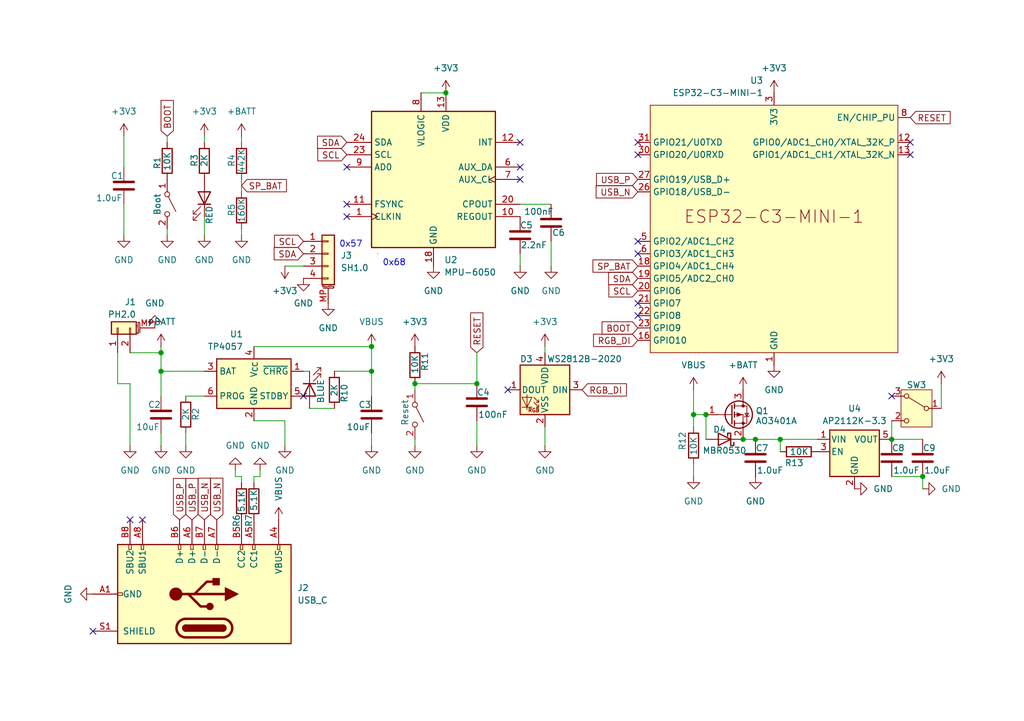
<source format=kicad_sch>
(kicad_sch (version 20231120) (generator "eeschema") (generator_version "8.0")
  (paper "A5")
  (lib_symbols
    (symbol "Battery_Management:TP4057"
      (property "Reference" "U" (at -6.35 6.604 0))
      (property "Value" "TP4057" (at 1.524 6.604 0))
      (symbol "TP4057_0_1"
        (rectangle (start -7.62 5.08) (end 7.62 -5.08) (stroke (width 0.254)) (fill (type background)))
      )
      (symbol "TP4057_1_1"
        (pin open_collector line (at -10.16 2.54 0) (length 2.54) (name "~{CHRG}") (number "1"))
        (pin power_in line (at 0 -7.62 90) (length 2.54) (name "GND") (number "2"))
        (pin power_out line (at 10.16 2.54 180) (length 2.54) (name "BAT") (number "3"))
        (pin power_in line (at 0 7.62 270) (length 2.54) (name "V_{CC}") (number "4"))
        (pin open_collector line (at -10.16 -2.54 0) (length 2.54) (name "STDBY") (number "5"))
        (pin passive line (at 10.16 -2.54 180) (length 2.54) (name "PROG") (number "6"))
      )
    )
    (symbol "Connector:USB_C_Receptacle_USB2.0_16P" (pin_names (offset 1.016))
      (property "Reference" "J" (at 0 22.225 0))
      (property "Value" "USB_C_Receptacle_USB2.0_16P" (at 0 19.685 0))
      (symbol "USB_C_Receptacle_USB2.0_16P_0_0"
        (rectangle (start -0.254 -17.78) (end 0.254 -16.764))
        (rectangle (start 10.16 -14.986) (end 9.144 -15.494))
        (rectangle (start 10.16 -12.446) (end 9.144 -12.954))
        (rectangle (start 10.16 -4.826) (end 9.144 -5.334))
        (rectangle (start 10.16 -2.286) (end 9.144 -2.794))
        (rectangle (start 10.16 0.254) (end 9.144 -0.254))
        (rectangle (start 10.16 2.794) (end 9.144 2.286))
        (rectangle (start 10.16 7.874) (end 9.144 7.366))
        (rectangle (start 10.16 10.414) (end 9.144 9.906))
        (rectangle (start 10.16 15.494) (end 9.144 14.986))
      )
      (symbol "USB_C_Receptacle_USB2.0_16P_0_1"
        (rectangle (start -10.16 17.78) (end 10.16 -17.78) (stroke (width 0.254)) (fill (type background)))
        (arc (start -8.89 -3.81) (mid -6.985 -5.7067) (end -5.08 -3.81) (stroke (width 0.508)))
        (arc (start -7.62 -3.81) (mid -6.985 -4.4423) (end -6.35 -3.81) (stroke (width 0.254)))
        (arc (start -7.62 -3.81) (mid -6.985 -4.4423) (end -6.35 -3.81) (stroke (width 0.254)) (fill (type outline)))
        (rectangle (start -7.62 -3.81) (end -6.35 3.81) (stroke (width 0.254)) (fill (type outline)))
        (arc (start -6.35 3.81) (mid -6.985 4.4423) (end -7.62 3.81) (stroke (width 0.254)))
        (arc (start -6.35 3.81) (mid -6.985 4.4423) (end -7.62 3.81) (stroke (width 0.254)) (fill (type outline)))
        (arc (start -5.08 3.81) (mid -6.985 5.7067) (end -8.89 3.81) (stroke (width 0.508)))
        (circle (center -2.54 1.143) (radius 0.635) (stroke (width 0.254)) (fill (type outline)))
        (circle (center 0 -5.842) (radius 1.27) (fill (type outline)))
        (polyline (pts (xy -8.89 -3.81) (xy -8.89 3.81)) (stroke (width 0.508)))
        (polyline (pts (xy -5.08 3.81) (xy -5.08 -3.81)) (stroke (width 0.508)))
        (polyline (pts (xy 0 -5.842) (xy 0 4.318)) (stroke (width 0.508)))
        (polyline (pts (xy 0 -3.302) (xy -2.54 -0.762) (xy -2.54 0.508)) (stroke (width 0.508)))
        (polyline (pts (xy 0 -2.032) (xy 2.54 0.508) (xy 2.54 1.778)) (stroke (width 0.508)))
        (polyline (pts (xy -1.27 4.318) (xy 0 6.858) (xy 1.27 4.318) (xy -1.27 4.318)) (stroke (width 0.254)) (fill (type outline)))
        (rectangle (start 1.905 1.778) (end 3.175 3.048) (stroke (width 0.254)) (fill (type outline)))
      )
      (symbol "USB_C_Receptacle_USB2.0_16P_1_1"
        (pin passive line (at 0 -22.86 90) (length 5.08) (name "GND") (number "A1"))
        (pin passive line (at 0 -22.86 90) (length 5.08) hide (name "GND") (number "A12"))
        (pin passive line (at 15.24 15.24 180) (length 5.08) (name "VBUS") (number "A4"))
        (pin bidirectional line (at 15.24 10.16 180) (length 5.08) (name "CC1") (number "A5"))
        (pin bidirectional line (at 15.24 -2.54 180) (length 5.08) (name "D+") (number "A6"))
        (pin bidirectional line (at 15.24 2.54 180) (length 5.08) (name "D-") (number "A7"))
        (pin bidirectional line (at 15.24 -12.7 180) (length 5.08) (name "SBU1") (number "A8"))
        (pin passive line (at 15.24 15.24 180) (length 5.08) hide (name "VBUS") (number "A9"))
        (pin passive line (at 0 -22.86 90) (length 5.08) hide (name "GND") (number "B1"))
        (pin passive line (at 0 -22.86 90) (length 5.08) hide (name "GND") (number "B12"))
        (pin passive line (at 15.24 15.24 180) (length 5.08) hide (name "VBUS") (number "B4"))
        (pin bidirectional line (at 15.24 7.62 180) (length 5.08) (name "CC2") (number "B5"))
        (pin bidirectional line (at 15.24 -5.08 180) (length 5.08) (name "D+") (number "B6"))
        (pin bidirectional line (at 15.24 0 180) (length 5.08) (name "D-") (number "B7"))
        (pin bidirectional line (at 15.24 -15.24 180) (length 5.08) (name "SBU2") (number "B8"))
        (pin passive line (at 15.24 15.24 180) (length 5.08) hide (name "VBUS") (number "B9"))
        (pin passive line (at -7.62 -22.86 90) (length 5.08) (name "SHIELD") (number "S1"))
      )
    )
    (symbol "Connector_Generic_MountingPin:Conn_01x02_MountingPin" (pin_names (offset 1.016) hide)
      (property "Reference" "J" (at 0 2.54 0))
      (property "Value" "Conn_01x02_MountingPin" (at 1.27 -5.08 0))
      (symbol "Conn_01x02_MountingPin_1_1"
        (rectangle (start -1.27 -2.413) (end 0 -2.667) (stroke (width 0.1524)))
        (rectangle (start -1.27 0.127) (end 0 -0.127) (stroke (width 0.1524)))
        (rectangle (start -1.27 1.27) (end 1.27 -3.81) (stroke (width 0.254)) (fill (type background)))
        (polyline (pts (xy -1.016 -4.572) (xy 1.016 -4.572)) (stroke (width 0.1524)))
        (text "Mounting" (at 0 -4.191 0) (effects (font (size 0.381 0.381))))
        (pin passive line (at -5.08 0 0) (length 3.81) (name "Pin_1") (number "1"))
        (pin passive line (at -5.08 -2.54 0) (length 3.81) (name "Pin_2") (number "2"))
        (pin passive line (at 0 -7.62 90) (length 3.048) (name "MountPin") (number "MP"))
      )
    )
    (symbol "Connector_Generic_MountingPin:Conn_01x04_MountingPin" (pin_names (offset 1.016) hide)
      (property "Reference" "J" (at 0 5.08 0))
      (property "Value" "Conn_01x04_MountingPin" (at 1.27 -7.62 0))
      (symbol "Conn_01x04_MountingPin_1_1"
        (rectangle (start -1.27 -4.953) (end 0 -5.207) (stroke (width 0.1524)))
        (rectangle (start -1.27 -2.413) (end 0 -2.667) (stroke (width 0.1524)))
        (rectangle (start -1.27 0.127) (end 0 -0.127) (stroke (width 0.1524)))
        (rectangle (start -1.27 2.667) (end 0 2.413) (stroke (width 0.1524)))
        (rectangle (start -1.27 3.81) (end 1.27 -6.35) (stroke (width 0.254)) (fill (type background)))
        (polyline (pts (xy -1.016 -7.112) (xy 1.016 -7.112)) (stroke (width 0.1524)))
        (text "Mounting" (at 0 -6.731 0) (effects (font (size 0.381 0.381))))
        (pin passive line (at -5.08 2.54 0) (length 3.81) (name "Pin_1") (number "1"))
        (pin passive line (at -5.08 0 0) (length 3.81) (name "Pin_2") (number "2"))
        (pin passive line (at -5.08 -2.54 0) (length 3.81) (name "Pin_3") (number "3"))
        (pin passive line (at -5.08 -5.08 0) (length 3.81) (name "Pin_4") (number "4"))
        (pin passive line (at 0 -10.16 90) (length 3.048) (name "MountPin") (number "MP"))
      )
    )
    (symbol "Device:C" (pin_numbers hide) (pin_names (offset 0.254))
      (property "Reference" "C" (at 0.635 2.54 0))
      (property "Value" "C" (at 0.635 -2.54 0))
      (symbol "C_0_1"
        (polyline (pts (xy -2.032 -0.762) (xy 2.032 -0.762)) (stroke (width 0.508)))
        (polyline (pts (xy -2.032 0.762) (xy 2.032 0.762)) (stroke (width 0.508)))
      )
      (symbol "C_1_1"
        (pin passive line (at 0 3.81 270) (length 2.794) (name "~") (number "1"))
        (pin passive line (at 0 -3.81 90) (length 2.794) (name "~") (number "2"))
      )
    )
    (symbol "Device:LED" (pin_numbers hide) (pin_names (offset 1.016) hide)
      (property "Reference" "D" (at 0 2.54 0))
      (property "Value" "LED" (at 0 -2.54 0))
      (symbol "LED_0_1"
        (polyline (pts (xy -1.27 -1.27) (xy -1.27 1.27)) (stroke (width 0.254)))
        (polyline (pts (xy -1.27 0) (xy 1.27 0)))
        (polyline (pts (xy 1.27 -1.27) (xy 1.27 1.27) (xy -1.27 0) (xy 1.27 -1.27)) (stroke (width 0.254)))
        (polyline (pts (xy -3.048 -0.762) (xy -4.572 -2.286) (xy -3.81 -2.286) (xy -4.572 -2.286) (xy -4.572 -1.524)))
        (polyline (pts (xy -1.778 -0.762) (xy -3.302 -2.286) (xy -2.54 -2.286) (xy -3.302 -2.286) (xy -3.302 -1.524)))
      )
      (symbol "LED_1_1"
        (pin passive line (at -3.81 0 0) (length 2.54) (name "K") (number "1"))
        (pin passive line (at 3.81 0 180) (length 2.54) (name "A") (number "2"))
      )
    )
    (symbol "Device:R" (pin_numbers hide) (pin_names (offset 0))
      (property "Reference" "R" (at 2.032 0 90))
      (property "Value" "R" (at 0 0 90))
      (symbol "R_0_1"
        (rectangle (start -1.016 -2.54) (end 1.016 2.54) (stroke (width 0.254)))
      )
      (symbol "R_1_1"
        (pin passive line (at 0 3.81 270) (length 1.27) (name "~") (number "1"))
        (pin passive line (at 0 -3.81 90) (length 1.27) (name "~") (number "2"))
      )
    )
    (symbol "Diode:MBR0530" (pin_numbers hide) (pin_names (offset 1.016) hide)
      (property "Reference" "D" (at 0 2.54 0))
      (property "Value" "MBR0530" (at 0 -2.54 0))
      (symbol "MBR0530_0_1"
        (polyline (pts (xy 1.27 0) (xy -1.27 0)))
        (polyline (pts (xy 1.27 1.27) (xy 1.27 -1.27) (xy -1.27 0) (xy 1.27 1.27)) (stroke (width 0.254)))
        (polyline (pts (xy -1.905 0.635) (xy -1.905 1.27) (xy -1.27 1.27) (xy -1.27 -1.27) (xy -0.635 -1.27) (xy -0.635 -0.635)) (stroke (width 0.254)))
      )
      (symbol "MBR0530_1_1"
        (pin passive line (at -3.81 0 0) (length 2.54) (name "K") (number "1"))
        (pin passive line (at 3.81 0 180) (length 2.54) (name "A") (number "2"))
      )
    )
    (symbol "LED:WS2812B-2020" (pin_names (offset 0.254))
      (property "Reference" "D" (at 5.08 5.715 0))
      (property "Value" "WS2812B-2020" (at 1.27 -5.715 0))
      (symbol "WS2812B-2020_0_0"
        (text "RGB" (at 2.286 -4.191 0) (effects (font (size 0.762 0.762))))
      )
      (symbol "WS2812B-2020_0_1"
        (polyline (pts (xy 1.27 -3.556) (xy 1.778 -3.556)))
        (polyline (pts (xy 1.27 -2.54) (xy 1.778 -2.54)))
        (polyline (pts (xy 4.699 -3.556) (xy 2.667 -3.556)))
        (polyline (pts (xy 2.286 -2.54) (xy 1.27 -3.556) (xy 1.27 -3.048)))
        (polyline (pts (xy 2.286 -1.524) (xy 1.27 -2.54) (xy 1.27 -2.032)))
        (polyline (pts (xy 3.683 -1.016) (xy 3.683 -3.556) (xy 3.683 -4.064)))
        (polyline (pts (xy 4.699 -1.524) (xy 2.667 -1.524) (xy 3.683 -3.556) (xy 4.699 -1.524)))
        (rectangle (start 5.08 5.08) (end -5.08 -5.08) (stroke (width 0.254)) (fill (type background)))
      )
      (symbol "WS2812B-2020_1_1"
        (pin output line (at 7.62 0 180) (length 2.54) (name "DOUT") (number "1"))
        (pin power_in line (at 0 -7.62 90) (length 2.54) (name "VSS") (number "2"))
        (pin input line (at -7.62 0 0) (length 2.54) (name "DIN") (number "3"))
        (pin power_in line (at 0 7.62 270) (length 2.54) (name "VDD") (number "4"))
      )
    )
    (symbol "PCM_Espressif:ESP32-C3-MINI-1"
      (property "Reference" "U" (at -25.4 30.48 0))
      (property "Value" "ESP32-C3-MINI-1" (at -25.4 27.94 0))
      (symbol "ESP32-C3-MINI-1_0_0"
        (text "ESP32-C3-MINI-1" (at 0 2.54 0) (effects (font (size 2.54 2.54))))
      )
      (symbol "ESP32-C3-MINI-1_0_1"
        (rectangle (start -25.4 25.4) (end 25.4 -25.4) (fill (type background)))
      )
      (symbol "ESP32-C3-MINI-1_1_1"
        (pin power_in line (at 0 -27.94 90) (length 2.54) (name "GND") (number "1"))
        (pin no_connect line (at -25.4 2.54 0) (length 2.54) hide (name "NC") (number "10"))
        (pin passive line (at 0 -27.94 90) (length 2.54) hide (name "GND") (number "11"))
        (pin bidirectional line (at -27.94 17.78 0) (length 2.54) (name "GPIO0/ADC1_CH0/XTAL_32K_P") (number "12"))
        (pin bidirectional line (at -27.94 15.24 0) (length 2.54) (name "GPIO1/ADC1_CH1/XTAL_32K_N") (number "13"))
        (pin passive line (at 0 -27.94 90) (length 2.54) hide (name "GND") (number "14"))
        (pin no_connect line (at -25.4 0 0) (length 2.54) hide (name "NC") (number "15"))
        (pin bidirectional line (at 27.94 -22.86 180) (length 2.54) (name "GPIO10") (number "16"))
        (pin no_connect line (at -25.4 -2.54 0) (length 2.54) hide (name "NC") (number "17"))
        (pin bidirectional line (at 27.94 -7.62 180) (length 2.54) (name "GPIO4/ADC1_CH4") (number "18"))
        (pin bidirectional line (at 27.94 -10.16 180) (length 2.54) (name "GPIO5/ADC2_CH0") (number "19"))
        (pin passive line (at 0 -27.94 90) (length 2.54) hide (name "GND") (number "2"))
        (pin bidirectional line (at 27.94 -12.7 180) (length 2.54) (name "GPIO6") (number "20"))
        (pin bidirectional line (at 27.94 -15.24 180) (length 2.54) (name "GPIO7") (number "21"))
        (pin bidirectional line (at 27.94 -17.78 180) (length 2.54) (name "GPIO8") (number "22"))
        (pin bidirectional line (at 27.94 -20.32 180) (length 2.54) (name "GPIO9") (number "23"))
        (pin no_connect line (at -25.4 -5.08 0) (length 2.54) hide (name "NC") (number "24"))
        (pin no_connect line (at -25.4 -7.62 0) (length 2.54) hide (name "NC") (number "25"))
        (pin bidirectional line (at 27.94 7.62 180) (length 2.54) (name "GPIO18/USB_D-") (number "26"))
        (pin bidirectional line (at 27.94 10.16 180) (length 2.54) (name "GPIO19/USB_D+") (number "27"))
        (pin no_connect line (at -25.4 -10.16 0) (length 2.54) hide (name "NC") (number "28"))
        (pin no_connect line (at -25.4 -12.7 0) (length 2.54) hide (name "NC") (number "29"))
        (pin power_in line (at 0 27.94 270) (length 2.54) (name "3V3") (number "3"))
        (pin bidirectional line (at 27.94 15.24 180) (length 2.54) (name "GPIO20/U0RXD") (number "30"))
        (pin bidirectional line (at 27.94 17.78 180) (length 2.54) (name "GPIO21/U0TXD") (number "31"))
        (pin no_connect line (at -25.4 -15.24 0) (length 2.54) hide (name "NC") (number "32"))
        (pin no_connect line (at -25.4 -17.78 0) (length 2.54) hide (name "NC") (number "33"))
        (pin no_connect line (at -25.4 -20.32 0) (length 2.54) hide (name "NC") (number "34"))
        (pin no_connect line (at -25.4 -22.86 0) (length 2.54) hide (name "NC") (number "35"))
        (pin passive line (at 0 -27.94 90) (length 2.54) hide (name "GND") (number "36"))
        (pin passive line (at 0 -27.94 90) (length 2.54) hide (name "GND") (number "37"))
        (pin passive line (at 0 -27.94 90) (length 2.54) hide (name "GND") (number "38"))
        (pin passive line (at 0 -27.94 90) (length 2.54) hide (name "GND") (number "39"))
        (pin no_connect line (at -25.4 10.16 0) (length 2.54) hide (name "NC") (number "4"))
        (pin passive line (at 0 -27.94 90) (length 2.54) hide (name "GND") (number "40"))
        (pin passive line (at 0 -27.94 90) (length 2.54) hide (name "GND") (number "41"))
        (pin passive line (at 0 -27.94 90) (length 2.54) hide (name "GND") (number "42"))
        (pin passive line (at 0 -27.94 90) (length 2.54) hide (name "GND") (number "43"))
        (pin passive line (at 0 -27.94 90) (length 2.54) hide (name "GND") (number "44"))
        (pin passive line (at 0 -27.94 90) (length 2.54) hide (name "GND") (number "45"))
        (pin passive line (at 0 -27.94 90) (length 2.54) hide (name "GND") (number "46"))
        (pin passive line (at 0 -27.94 90) (length 2.54) hide (name "GND") (number "47"))
        (pin passive line (at 0 -27.94 90) (length 2.54) hide (name "GND") (number "48"))
        (pin passive line (at 0 -27.94 90) (length 2.54) hide (name "GND") (number "49"))
        (pin bidirectional line (at 27.94 -2.54 180) (length 2.54) (name "GPIO2/ADC1_CH2") (number "5"))
        (pin passive line (at 0 -27.94 90) (length 2.54) hide (name "GND") (number "50"))
        (pin passive line (at 0 -27.94 90) (length 2.54) hide (name "GND") (number "51"))
        (pin passive line (at 0 -27.94 90) (length 2.54) hide (name "GND") (number "52"))
        (pin passive line (at 0 -27.94 90) (length 2.54) hide (name "GND") (number "53"))
        (pin bidirectional line (at 27.94 -5.08 180) (length 2.54) (name "GPIO3/ADC1_CH3") (number "6"))
        (pin no_connect line (at -25.4 7.62 0) (length 2.54) hide (name "NC") (number "7"))
        (pin input line (at -27.94 22.86 0) (length 2.54) (name "EN/CHIP_PU") (number "8"))
        (pin no_connect line (at -25.4 5.08 0) (length 2.54) hide (name "NC") (number "9"))
      )
    )
    (symbol "Regulator_Linear:AP2112K-3.3" (pin_names (offset 0.254))
      (property "Reference" "U" (at -5.08 5.715 0))
      (property "Value" "AP2112K-3.3" (at 0 5.715 0))
      (symbol "AP2112K-3.3_0_1"
        (rectangle (start -5.08 4.445) (end 5.08 -5.08) (stroke (width 0.254)) (fill (type background)))
      )
      (symbol "AP2112K-3.3_1_1"
        (pin power_in line (at -7.62 2.54 0) (length 2.54) (name "VIN") (number "1"))
        (pin power_in line (at 0 -7.62 90) (length 2.54) (name "GND") (number "2"))
        (pin input line (at -7.62 0 0) (length 2.54) (name "EN") (number "3"))
        (pin no_connect line (at 5.08 0 180) (length 2.54) hide (name "NC") (number "4"))
        (pin power_out line (at 7.62 2.54 180) (length 2.54) (name "VOUT") (number "5"))
      )
    )
    (symbol "Sensor_Motion:MPU-6050"
      (property "Reference" "U" (at -11.43 13.97 0))
      (property "Value" "MPU-6050" (at 7.62 -15.24 0))
      (symbol "MPU-6050_0_0"
        (text "" (at 12.7 -2.54 0) (effects (font (size 1.27 1.27))))
      )
      (symbol "MPU-6050_0_1"
        (rectangle (start -12.7 13.97) (end 12.7 -13.97) (stroke (width 0.254)) (fill (type background)))
      )
      (symbol "MPU-6050_1_1"
        (pin input clock (at -17.78 -7.62 0) (length 5.08) (name "CLKIN") (number "1"))
        (pin passive line (at 17.78 -7.62 180) (length 5.08) (name "REGOUT") (number "10"))
        (pin input line (at -17.78 -5.08 0) (length 5.08) (name "FSYNC") (number "11"))
        (pin output line (at 17.78 7.62 180) (length 5.08) (name "INT") (number "12"))
        (pin power_in line (at 2.54 17.78 270) (length 3.81) (name "VDD") (number "13"))
        (pin no_connect line (at -12.7 -10.16 0) (length 2.54) hide (name "NC") (number "14"))
        (pin no_connect line (at 12.7 12.7 180) (length 2.54) hide (name "NC") (number "15"))
        (pin no_connect line (at 12.7 10.16 180) (length 2.54) hide (name "NC") (number "16"))
        (pin no_connect line (at 12.7 5.08 180) (length 2.54) hide (name "NC") (number "17"))
        (pin power_in line (at 0 -17.78 90) (length 3.81) (name "GND") (number "18"))
        (pin no_connect line (at 12.7 -10.16 180) (length 2.54) hide (name "RESV") (number "19"))
        (pin no_connect line (at -12.7 12.7 0) (length 2.54) hide (name "NC") (number "2"))
        (pin passive line (at 17.78 -5.08 180) (length 5.08) (name "CPOUT") (number "20"))
        (pin no_connect line (at 12.7 -2.54 180) (length 2.54) hide (name "RESV") (number "21"))
        (pin no_connect line (at 12.7 -12.7 180) (length 2.54) hide (name "RESV") (number "22"))
        (pin input line (at -17.78 5.08 0) (length 5.08) (name "SCL") (number "23"))
        (pin bidirectional line (at -17.78 7.62 0) (length 5.08) (name "SDA") (number "24"))
        (pin no_connect line (at -12.7 10.16 0) (length 2.54) hide (name "NC") (number "3"))
        (pin no_connect line (at -12.7 0 0) (length 2.54) hide (name "NC") (number "4"))
        (pin no_connect line (at -12.7 -2.54 0) (length 2.54) hide (name "NC") (number "5"))
        (pin bidirectional line (at 17.78 2.54 180) (length 5.08) (name "AUX_DA") (number "6"))
        (pin output clock (at 17.78 0 180) (length 5.08) (name "AUX_CL") (number "7"))
        (pin power_in line (at -2.54 17.78 270) (length 3.81) (name "VLOGIC") (number "8"))
        (pin input line (at -17.78 2.54 0) (length 5.08) (name "AD0") (number "9"))
      )
    )
    (symbol "Switch:SW_SPDT_312" (pin_names (offset 1) hide)
      (property "Reference" "SW" (at 0 5.08 0))
      (property "Value" "SW_SPDT_312" (at 0 -5.08 0))
      (symbol "SW_SPDT_312_0_1"
        (circle (center -2.032 0) (radius 0.4572))
        (polyline (pts (xy -1.651 0.254) (xy 1.651 2.286)))
        (circle (center 2.032 -2.54) (radius 0.4572))
        (circle (center 2.032 2.54) (radius 0.4572))
      )
      (symbol "SW_SPDT_312_1_1"
        (rectangle (start -3.175 3.81) (end 3.175 -3.81) (fill (type background)))
        (pin passive line (at -5.08 0 0) (length 2.54) (name "B") (number "1"))
        (pin passive line (at 5.08 -2.54 180) (length 2.54) (name "C") (number "2"))
        (pin passive line (at 5.08 2.54 180) (length 2.54) (name "A") (number "3"))
      )
    )
    (symbol "Switch:SW_SPST" (pin_names (offset 0) hide)
      (property "Reference" "SW" (at 0 3.175 0))
      (property "Value" "SW_SPST" (at 0 -2.54 0))
      (symbol "SW_SPST_0_0"
        (circle (center -2.032 0) (radius 0.508))
        (polyline (pts (xy -1.524 0.254) (xy 1.524 1.778)))
        (circle (center 2.032 0) (radius 0.508))
      )
      (symbol "SW_SPST_1_1"
        (pin passive line (at -5.08 0 0) (length 2.54) (name "A") (number "1"))
        (pin passive line (at 5.08 0 180) (length 2.54) (name "B") (number "2"))
      )
    )
    (symbol "Transistor_FET:AO3401A" (pin_names hide)
      (property "Reference" "Q" (at 5.08 1.905 0))
      (property "Value" "AO3401A" (at 5.08 0 0))
      (symbol "AO3401A_0_1"
        (polyline (pts (xy 0.254 0) (xy -2.54 0)))
        (polyline (pts (xy 0.254 1.905) (xy 0.254 -1.905)) (stroke (width 0.254)))
        (polyline (pts (xy 0.762 -1.27) (xy 0.762 -2.286)) (stroke (width 0.254)))
        (polyline (pts (xy 0.762 0.508) (xy 0.762 -0.508)) (stroke (width 0.254)))
        (polyline (pts (xy 0.762 2.286) (xy 0.762 1.27)) (stroke (width 0.254)))
        (polyline (pts (xy 2.54 2.54) (xy 2.54 1.778)))
        (polyline (pts (xy 2.54 -2.54) (xy 2.54 0) (xy 0.762 0)))
        (polyline (pts (xy 0.762 1.778) (xy 3.302 1.778) (xy 3.302 -1.778) (xy 0.762 -1.778)))
        (polyline (pts (xy 2.286 0) (xy 1.27 0.381) (xy 1.27 -0.381) (xy 2.286 0)) (fill (type outline)))
        (polyline (pts (xy 2.794 -0.508) (xy 2.921 -0.381) (xy 3.683 -0.381) (xy 3.81 -0.254)))
        (polyline (pts (xy 3.302 -0.381) (xy 2.921 0.254) (xy 3.683 0.254) (xy 3.302 -0.381)))
        (circle (center 1.651 0) (radius 2.794) (stroke (width 0.254)))
        (circle (center 2.54 -1.778) (radius 0.254) (fill (type outline)))
        (circle (center 2.54 1.778) (radius 0.254) (fill (type outline)))
      )
      (symbol "AO3401A_1_1"
        (pin input line (at -5.08 0 0) (length 2.54) (name "G") (number "1"))
        (pin passive line (at 2.54 -5.08 90) (length 2.54) (name "S") (number "2"))
        (pin passive line (at 2.54 5.08 270) (length 2.54) (name "D") (number "3"))
      )
    )
    (symbol "power:+3V3" (power) (pin_numbers hide) (pin_names (offset 0) hide)
      (property "Value" "+3V3" (at 0 3.556 0))
      (symbol "+3V3_0_1"
        (polyline (pts (xy -0.762 1.27) (xy 0 2.54)))
        (polyline (pts (xy 0 0) (xy 0 2.54)))
        (polyline (pts (xy 0 2.54) (xy 0.762 1.27)))
      )
      (symbol "+3V3_1_1"
        (pin power_in line (at 0 0 90) (length 0) (name "~") (number "1"))
      )
    )
    (symbol "power:+BATT" (power) (pin_numbers hide) (pin_names (offset 0) hide)
      (property "Value" "+BATT" (at 0 3.556 0))
      (symbol "+BATT_0_1"
        (polyline (pts (xy -0.762 1.27) (xy 0 2.54)))
        (polyline (pts (xy 0 0) (xy 0 2.54)))
        (polyline (pts (xy 0 2.54) (xy 0.762 1.27)))
      )
      (symbol "+BATT_1_1"
        (pin power_in line (at 0 0 90) (length 0) (name "~") (number "1"))
      )
    )
    (symbol "power:GND" (power) (pin_numbers hide) (pin_names (offset 0) hide)
      (property "Value" "GND" (at 0 -3.81 0))
      (symbol "GND_0_1"
        (polyline (pts (xy 0 0) (xy 0 -1.27) (xy 1.27 -1.27) (xy 0 -2.54) (xy -1.27 -1.27) (xy 0 -1.27)))
      )
      (symbol "GND_1_1"
        (pin power_in line (at 0 0 270) (length 0) (name "~") (number "1"))
      )
    )
    (symbol "power:VBUS" (power) (pin_numbers hide) (pin_names (offset 0) hide)
      (property "Value" "VBUS" (at 0 3.556 0))
      (symbol "VBUS_0_1"
        (polyline (pts (xy -0.762 1.27) (xy 0 2.54)))
        (polyline (pts (xy 0 0) (xy 0 2.54)))
        (polyline (pts (xy 0 2.54) (xy 0.762 1.27)))
      )
      (symbol "VBUS_1_1"
        (pin power_in line (at 0 0 90) (length 0) (name "~") (number "1"))
      )
    )
  )
  (junction (at 91.44 19.05))
  (junction (at 189.23 97.79))
  (junction (at 76.2 76.2))
  (junction (at 97.79 78.74))
  (junction (at 154.94 90.17))
  (junction (at 160.02 90.17))
  (junction (at 33.02 76.2))
  (junction (at 182.88 90.17))
  (junction (at 76.2 71.12))
  (junction (at 85.09 78.74))
  (junction (at 142.24 85.09))
  (junction (at 152.4 90.17))
  (junction (at 144.78 85.09))
  (junction (at 33.02 72.39))
  (no_connect (at 182.88 81.28))
  (no_connect (at 71.12 41.91))
  (no_connect (at 62.23 81.28))
  (no_connect (at 130.81 62.23))
  (no_connect (at 186.69 31.75))
  (no_connect (at 106.68 29.21))
  (no_connect (at 106.68 34.29))
  (no_connect (at 186.69 29.21))
  (no_connect (at 130.81 31.75))
  (no_connect (at 130.81 49.53))
  (no_connect (at 130.81 52.07))
  (no_connect (at 71.12 34.29))
  (no_connect (at 130.81 29.21))
  (no_connect (at 19.05 129.54))
  (no_connect (at 130.81 64.77))
  (no_connect (at 29.21 106.68))
  (no_connect (at 104.14 80.01))
  (no_connect (at 26.67 106.68))
  (no_connect (at 71.12 44.45))
  (no_connect (at 106.68 36.83))
  (wire (pts (xy 142.24 80.01) (xy 142.24 85.09)))
  (wire (pts (xy 24.13 78.74) (xy 24.13 72.39)))
  (wire (pts (xy 144.78 85.09) (xy 144.78 90.17)))
  (wire (pts (xy 85.09 91.44) (xy 85.09 90.17)))
  (wire (pts (xy 49.53 36.83) (xy 49.53 39.37)))
  (wire (pts (xy 41.91 76.2) (xy 33.02 76.2)))
  (wire (pts (xy 52.07 71.12) (xy 76.2 71.12)))
  (wire (pts (xy 111.76 71.12) (xy 111.76 72.39)))
  (wire (pts (xy 25.4 41.91) (xy 25.4 48.26)))
  (wire (pts (xy 85.09 78.74) (xy 97.79 78.74)))
  (wire (pts (xy 49.53 97.79) (xy 49.53 99.06)))
  (wire (pts (xy 58.42 91.44) (xy 58.42 86.36)))
  (wire (pts (xy 142.24 87.63) (xy 142.24 85.09)))
  (wire (pts (xy 193.04 78.74) (xy 193.04 83.82)))
  (wire (pts (xy 52.07 97.79) (xy 52.07 99.06)))
  (wire (pts (xy 49.53 29.21) (xy 49.53 27.94)))
  (wire (pts (xy 142.24 97.79) (xy 142.24 95.25)))
  (wire (pts (xy 97.79 86.36) (xy 97.79 91.44)))
  (wire (pts (xy 160.02 90.17) (xy 167.64 90.17)))
  (wire (pts (xy 76.2 76.2) (xy 76.2 71.12)))
  (wire (pts (xy 34.29 48.26) (xy 34.29 46.99)))
  (wire (pts (xy 33.02 81.28) (xy 33.02 76.2)))
  (wire (pts (xy 182.88 97.79) (xy 189.23 97.79)))
  (wire (pts (xy 160.02 90.17) (xy 160.02 92.71)))
  (wire (pts (xy 53.34 96.52) (xy 53.34 97.79)))
  (wire (pts (xy 76.2 81.28) (xy 76.2 76.2)))
  (wire (pts (xy 41.91 27.94) (xy 41.91 29.21)))
  (wire (pts (xy 97.79 72.39) (xy 97.79 78.74)))
  (wire (pts (xy 76.2 91.44) (xy 76.2 88.9)))
  (wire (pts (xy 86.36 19.05) (xy 91.44 19.05)))
  (wire (pts (xy 48.26 97.79) (xy 49.53 97.79)))
  (wire (pts (xy 111.76 87.63) (xy 111.76 91.44)))
  (wire (pts (xy 34.29 29.21) (xy 34.29 27.94)))
  (wire (pts (xy 58.42 86.36) (xy 52.07 86.36)))
  (wire (pts (xy 152.4 90.17) (xy 154.94 90.17)))
  (wire (pts (xy 25.4 27.94) (xy 25.4 34.29)))
  (wire (pts (xy 182.88 90.17) (xy 189.23 90.17)))
  (wire (pts (xy 189.23 100.33) (xy 189.23 97.79)))
  (wire (pts (xy 142.24 85.09) (xy 144.78 85.09)))
  (wire (pts (xy 52.07 97.79) (xy 53.34 97.79)))
  (wire (pts (xy 41.91 81.28) (xy 38.1 81.28)))
  (wire (pts (xy 113.03 41.91) (xy 106.68 41.91)))
  (wire (pts (xy 41.91 48.26) (xy 41.91 44.45)))
  (wire (pts (xy 58.42 54.61) (xy 62.23 54.61)))
  (wire (pts (xy 113.03 54.61) (xy 113.03 49.53)))
  (wire (pts (xy 24.13 78.74) (xy 26.67 78.74)))
  (wire (pts (xy 33.02 72.39) (xy 26.67 72.39)))
  (wire (pts (xy 76.2 76.2) (xy 68.58 76.2)))
  (wire (pts (xy 33.02 72.39) (xy 33.02 76.2)))
  (wire (pts (xy 33.02 91.44) (xy 33.02 88.9)))
  (wire (pts (xy 85.09 80.01) (xy 85.09 78.74)))
  (wire (pts (xy 26.67 78.74) (xy 26.67 91.44)))
  (wire (pts (xy 49.53 46.99) (xy 49.53 48.26)))
  (wire (pts (xy 38.1 91.44) (xy 38.1 88.9)))
  (wire (pts (xy 63.5 76.2) (xy 62.23 76.2)))
  (wire (pts (xy 33.02 71.12) (xy 33.02 72.39)))
  (wire (pts (xy 48.26 96.52) (xy 48.26 97.79)))
  (wire (pts (xy 182.88 86.36) (xy 182.88 90.17)))
  (wire (pts (xy 160.02 90.17) (xy 154.94 90.17)))
  (wire (pts (xy 106.68 54.61) (xy 106.68 52.07)))
  (wire (pts (xy 68.58 83.82) (xy 63.5 83.82)))
  (text_box "0x57" (at 68.58 48.26 0) (size 0 0) (effects (font (size 1.27 1.27)) (justify left top)))
  (text_box "0x68" (at 77.47 52.07 0) (size 0 0) (effects (font (size 1.27 1.27)) (justify left top)))
  (global_label "SP_BAT" (shape input) (at 49.53 38.1 0) (property "Intersheetrefs" "${INTERSHEET_REFS}" (effects (hide yes))))
  (global_label "SCL" (shape input) (at 62.23 49.53 180) (property "Intersheetrefs" "${INTERSHEET_REFS}" (effects (hide yes))))
  (global_label "SCL" (shape input) (at 71.12 31.75 180) (property "Intersheetrefs" "${INTERSHEET_REFS}" (effects (hide yes))))
  (global_label "SDA" (shape input) (at 130.81 57.15 180) (property "Intersheetrefs" "${INTERSHEET_REFS}" (effects (hide yes))))
  (global_label "USB_N" (shape input) (at 44.45 106.68 90) (property "Intersheetrefs" "${INTERSHEET_REFS}" (effects (hide yes))))
  (global_label "RESET" (shape input) (at 186.69 24.13 0) (property "Intersheetrefs" "${INTERSHEET_REFS}" (effects (hide yes))))
  (global_label "SCL" (shape input) (at 130.81 59.69 180) (property "Intersheetrefs" "${INTERSHEET_REFS}" (effects (hide yes))))
  (global_label "USB_P" (shape input) (at 130.81 36.83 180) (property "Intersheetrefs" "${INTERSHEET_REFS}" (effects (hide yes))))
  (global_label "SDA" (shape input) (at 71.12 29.21 180) (property "Intersheetrefs" "${INTERSHEET_REFS}" (effects (hide yes))))
  (global_label "SP_BAT" (shape input) (at 130.81 54.61 180) (property "Intersheetrefs" "${INTERSHEET_REFS}" (effects (hide yes))))
  (global_label "RESET" (shape input) (at 97.79 72.39 90) (property "Intersheetrefs" "${INTERSHEET_REFS}" (effects (hide yes))))
  (global_label "USB_N" (shape input) (at 130.81 39.37 180) (property "Intersheetrefs" "${INTERSHEET_REFS}" (effects (hide yes))))
  (global_label "BOOT" (shape input) (at 130.81 67.31 180) (property "Intersheetrefs" "${INTERSHEET_REFS}" (effects (hide yes))))
  (global_label "USB_P" (shape input) (at 39.37 106.68 90) (property "Intersheetrefs" "${INTERSHEET_REFS}" (effects (hide yes))))
  (global_label "RGB_DI" (shape input) (at 119.38 80.01 0) (property "Intersheetrefs" "${INTERSHEET_REFS}" (effects (hide yes))))
  (global_label "USB_N" (shape input) (at 41.91 106.68 90) (property "Intersheetrefs" "${INTERSHEET_REFS}" (effects (hide yes))))
  (global_label "BOOT" (shape input) (at 34.29 27.94 90) (property "Intersheetrefs" "${INTERSHEET_REFS}" (effects (hide yes))))
  (global_label "RGB_DI" (shape input) (at 130.81 69.85 180) (property "Intersheetrefs" "${INTERSHEET_REFS}" (effects (hide yes))))
  (global_label "USB_P" (shape input) (at 36.83 106.68 90) (property "Intersheetrefs" "${INTERSHEET_REFS}" (effects (hide yes))))
  (global_label "SDA" (shape input) (at 62.23 52.07 180) (property "Intersheetrefs" "${INTERSHEET_REFS}" (effects (hide yes))))
  (symbol (lib_id "Device:C") (at 97.79 82.55 0) (unit 1)
    (property "Reference" "C4" (at 97.79 80.518 0) (effects (justify left)))
    (property "Value" "100nF" (at 98.044 85.09 0) (effects (justify left)))
    (property "Footprint" "Capacitor_SMD:C_0402_1005Metric" (effects (hide yes)))
    (property "Description" "Unpolarized capacitor" (effects (hide yes)))
  )
  (symbol (lib_id "power:VBUS") (at 76.2 71.12 0) (mirror y) (unit 1)
    (property "Reference" "#PWR020" (effects (hide yes)))
    (property "Value" "VBUS" (at 76.2 66.04 0))
    (property "Description" "Power symbol creates a global label with name \"VBUS\"" (effects (hide yes)))
  )
  (symbol (lib_id "LED:WS2812B-2020") (at 111.76 80.01 0) (mirror y) (unit 1)
    (property "Reference" "D3" (at 107.95 73.66 0))
    (property "Value" "WS2812B-2020" (at 119.888 73.66 0))
    (property "Footprint" "LED_SMD:LED_WS2812B-2020_PLCC4_2.0x2.0mm" (effects (hide yes)))
    (property "Datasheet" "https://cdn-shop.adafruit.com/product-files/4684/4684_WS2812B-2020_V1.3_EN.pdf" (effects (hide yes)))
    (property "Description" "RGB LED with integrated controller, 2.0 x 2.0 mm, 12 mA" (effects (hide yes)))
  )
  (symbol (lib_id "Switch:SW_SPDT_312") (at 187.96 83.82 0) (mirror y) (unit 1)
    (property "Reference" "SW3" (at 187.96 78.994 0))
    (property "Value" "SW_SPDT_312" (effects (hide yes)))
    (property "Footprint" "Button_Switch_SMD:SW_SPDT_PCM12" (effects (hide yes)))
    (property "Description" "Switch, single pole double throw" (effects (hide yes)))
  )
  (symbol (lib_id "Device:R") (at 38.1 85.09 0) (mirror y) (unit 1)
    (property "Reference" "R2" (at 40.132 86.36 90) (effects (justify left)))
    (property "Value" "2K" (at 38.1 86.36 90) (effects (justify left)))
    (property "Footprint" "Resistor_SMD:R_0402_1005Metric" (effects (hide yes)))
    (property "Description" "Resistor" (effects (hide yes)))
  )
  (symbol (lib_id "power:GND") (at 41.91 48.26 0) (mirror y) (unit 1)
    (property "Reference" "#PWR011" (effects (hide yes)))
    (property "Value" "GND" (at 41.91 53.34 0))
    (property "Description" "Power symbol creates a global label with name \"GND\" , ground" (effects (hide yes)))
  )
  (symbol (lib_id "power:GND") (at 33.02 91.44 0) (mirror y) (unit 1)
    (property "Reference" "#PWR07" (effects (hide yes)))
    (property "Value" "GND" (at 33.02 96.52 0))
    (property "Description" "Power symbol creates a global label with name \"GND\" , ground" (effects (hide yes)))
  )
  (symbol (lib_id "power:GND") (at 189.23 100.33 90) (unit 1)
    (property "Reference" "#PWR041" (effects (hide yes)))
    (property "Value" "GND" (at 193.04 100.3299 90) (effects (justify right)))
    (property "Description" "Power symbol creates a global label with name \"GND\" , ground" (effects (hide yes)))
  )
  (symbol (lib_id "power:GND") (at 31.75 67.31 180) (unit 1)
    (property "Reference" "#PWR01" (effects (hide yes)))
    (property "Value" "GND" (at 31.75 62.23 0))
    (property "Description" "Power symbol creates a global label with name \"GND\" , ground" (effects (hide yes)))
  )
  (symbol (lib_id "Battery_Management:TP4057") (at 52.07 78.74 0) (mirror y) (unit 1)
    (property "Reference" "U1" (at 49.8759 68.58 0) (effects (justify left)))
    (property "Value" "TP4057" (at 49.8759 71.12 0) (effects (justify left)))
    (property "Footprint" "Package_TO_SOT_SMD:TSOT-23-6" (effects (hide yes)))
    (property "Datasheet" "http://toppwr.com/uploadfile/file/20230304/640302a47b738.pdf" (effects (hide yes)))
    (property "Description" "Constant-current/constant-voltage linear charger for single cell lithium-ion batteries with 2.9V Trickle Charge, 4.5V to 6.5V VDD, -40 to +85 degree Celsius, TSOT-23-6" (effects (hide yes)))
  )
  (symbol (lib_id "Device:C") (at 33.02 85.09 0) (mirror y) (unit 1)
    (property "Reference" "C2" (at 33.02 83.058 0) (effects (justify left)))
    (property "Value" "10uF" (at 32.766 87.63 0) (effects (justify left)))
    (property "Footprint" "Capacitor_SMD:C_0402_1005Metric" (effects (hide yes)))
    (property "Description" "Unpolarized capacitor" (effects (hide yes)))
  )
  (symbol (lib_id "power:GND") (at 158.75 74.93 0) (mirror y) (unit 1)
    (property "Reference" "#PWR039" (effects (hide yes)))
    (property "Value" "GND" (at 158.75 80.01 0))
    (property "Description" "Power symbol creates a global label with name \"GND\" , ground" (effects (hide yes)))
  )
  (symbol (lib_id "Device:R") (at 85.09 74.93 0) (unit 1)
    (property "Reference" "R11" (at 87.122 76.2 90) (effects (justify left)))
    (property "Value" "10K" (at 85.09 76.708 90) (effects (justify left)))
    (property "Footprint" "Resistor_SMD:R_0402_1005Metric" (effects (hide yes)))
    (property "Description" "Resistor" (effects (hide yes)))
  )
  (symbol (lib_id "Device:C") (at 154.94 93.98 0) (unit 1)
    (property "Reference" "C7" (at 154.94 91.948 0) (effects (justify left)))
    (property "Value" "1.0uF" (at 155.194 96.52 0) (effects (justify left)))
    (property "Footprint" "Capacitor_SMD:C_0402_1005Metric" (effects (hide yes)))
    (property "Description" "Unpolarized capacitor" (effects (hide yes)))
  )
  (symbol (lib_id "Device:R") (at 163.83 92.71 90) (unit 1)
    (property "Reference" "R13" (at 164.846 94.996 90) (effects (justify left)))
    (property "Value" "10K" (at 165.862 92.71 90) (effects (justify left)))
    (property "Footprint" "Resistor_SMD:R_0402_1005Metric" (effects (hide yes)))
    (property "Description" "Resistor" (effects (hide yes)))
  )
  (symbol (lib_id "power:GND") (at 25.4 48.26 0) (mirror y) (unit 1)
    (property "Reference" "#PWR04" (effects (hide yes)))
    (property "Value" "GND" (at 25.4 53.34 0))
    (property "Description" "Power symbol creates a global label with name \"GND\" , ground" (effects (hide yes)))
  )
  (symbol (lib_id "Device:R") (at 41.91 33.02 0) (mirror y) (unit 1)
    (property "Reference" "R3" (at 39.878 34.29 90) (effects (justify left)))
    (property "Value" "2K" (at 41.91 34.29 90) (effects (justify left)))
    (property "Footprint" "Resistor_SMD:R_0402_1005Metric" (effects (hide yes)))
    (property "Description" "Resistor" (effects (hide yes)))
  )
  (symbol (lib_id "power:+3V3") (at 25.4 27.94 0) (unit 1)
    (property "Reference" "#PWR03" (effects (hide yes)))
    (property "Value" "+3V3" (at 25.4 22.86 0))
    (property "Description" "Power symbol creates a global label with name \"+3V3\"" (effects (hide yes)))
  )
  (symbol (lib_id "Sensor_Motion:MPU-6050") (at 88.9 36.83 0) (unit 1)
    (property "Reference" "U2" (at 91.0941 53.34 0) (effects (justify left)))
    (property "Value" "MPU-6050" (at 91.0941 55.88 0) (effects (justify left)))
    (property "Footprint" "Sensor_Motion:InvenSense_QFN-24_4x4mm_P0.5mm" (effects (hide yes)))
    (property "Datasheet" "https://invensense.tdk.com/wp-content/uploads/2015/02/MPU-6000-Datasheet1.pdf" (effects (hide yes)))
    (property "Description" "InvenSense 6-Axis Motion Sensor, Gyroscope, Accelerometer, I2C" (effects (hide yes)))
  )
  (symbol (lib_id "Device:C") (at 182.88 93.98 0) (unit 1)
    (property "Reference" "C8" (at 182.88 91.948 0) (effects (justify left)))
    (property "Value" "1.0uF" (at 183.134 96.52 0) (effects (justify left)))
    (property "Footprint" "Capacitor_SMD:C_0402_1005Metric" (effects (hide yes)))
    (property "Description" "Unpolarized capacitor" (effects (hide yes)))
  )
  (symbol (lib_id "Device:C") (at 106.68 48.26 180) (unit 1)
    (property "Reference" "C5" (at 107.95 46.228 0))
    (property "Value" "2.2nF" (at 109.474 50.292 0))
    (property "Footprint" "Capacitor_SMD:C_0603_1608Metric" (effects (hide yes)))
    (property "Description" "Unpolarized capacitor" (effects (hide yes)))
  )
  (symbol (lib_id "power:GND") (at 154.94 97.79 0) (unit 1)
    (property "Reference" "#PWR037" (effects (hide yes)))
    (property "Value" "GND" (at 154.94 102.87 0))
    (property "Description" "Power symbol creates a global label with name \"GND\" , ground" (effects (hide yes)))
  )
  (symbol (lib_id "power:+BATT") (at 49.53 27.94 0) (mirror y) (unit 1)
    (property "Reference" "#PWR013" (effects (hide yes)))
    (property "Value" "+BATT" (at 49.53 22.86 0))
    (property "Description" "Power symbol creates a global label with name \"+BATT\"" (effects (hide yes)))
  )
  (symbol (lib_id "power:GND") (at 97.79 91.44 0) (unit 1)
    (property "Reference" "#PWR026" (effects (hide yes)))
    (property "Value" "GND" (at 97.79 96.52 0))
    (property "Description" "Power symbol creates a global label with name \"GND\" , ground" (effects (hide yes)))
  )
  (symbol (lib_id "power:+3V3") (at 85.09 71.12 0) (unit 1)
    (property "Reference" "#PWR022" (effects (hide yes)))
    (property "Value" "+3V3" (at 85.09 66.04 0))
    (property "Description" "Power symbol creates a global label with name \"+3V3\"" (effects (hide yes)))
  )
  (symbol (lib_id "power:GND") (at 48.26 96.52 0) (mirror x) (unit 1)
    (property "Reference" "#PWR012" (effects (hide yes)))
    (property "Value" "GND" (at 48.26 91.44 0))
    (property "Description" "Power symbol creates a global label with name \"GND\" , ground" (effects (hide yes)))
  )
  (symbol (lib_id "Device:R") (at 34.29 33.02 0) (mirror y) (unit 1)
    (property "Reference" "R1" (at 32.258 34.798 90) (effects (justify left)))
    (property "Value" "10K" (at 34.29 35.052 90) (effects (justify left)))
    (property "Footprint" "Resistor_SMD:R_0402_1005Metric" (effects (hide yes)))
    (property "Description" "Resistor" (effects (hide yes)))
  )
  (symbol (lib_id "power:+3V3") (at 91.44 19.05 0) (unit 1)
    (property "Reference" "#PWR025" (effects (hide yes)))
    (property "Value" "+3V3" (at 91.44 13.97 0))
    (property "Description" "Power symbol creates a global label with name \"+3V3\"" (effects (hide yes)))
  )
  (symbol (lib_id "Device:R") (at 49.53 43.18 0) (mirror y) (unit 1)
    (property "Reference" "R5" (at 47.498 44.45 90) (effects (justify left)))
    (property "Value" "160K" (at 49.53 45.72 90) (effects (justify left)))
    (property "Footprint" "Resistor_SMD:R_0805_2012Metric" (effects (hide yes)))
    (property "Description" "Resistor" (effects (hide yes)))
  )
  (symbol (lib_id "power:GND") (at 58.42 91.44 0) (mirror y) (unit 1)
    (property "Reference" "#PWR017" (effects (hide yes)))
    (property "Value" "GND" (at 58.42 96.52 0))
    (property "Description" "Power symbol creates a global label with name \"GND\" , ground" (effects (hide yes)))
  )
  (symbol (lib_id "power:GND") (at 142.24 97.79 0) (unit 1)
    (property "Reference" "#PWR035" (effects (hide yes)))
    (property "Value" "GND" (at 142.24 102.87 0))
    (property "Description" "Power symbol creates a global label with name \"GND\" , ground" (effects (hide yes)))
  )
  (symbol (lib_id "power:GND") (at 106.68 54.61 0) (unit 1)
    (property "Reference" "#PWR027" (effects (hide yes)))
    (property "Value" "GND" (at 106.68 59.69 0))
    (property "Description" "Power symbol creates a global label with name \"GND\" , ground" (effects (hide yes)))
  )
  (symbol (lib_id "power:GND") (at 76.2 91.44 0) (mirror y) (unit 1)
    (property "Reference" "#PWR021" (effects (hide yes)))
    (property "Value" "GND" (at 76.2 96.52 0))
    (property "Description" "Power symbol creates a global label with name \"GND\" , ground" (effects (hide yes)))
  )
  (symbol (lib_id "Device:LED") (at 63.5 80.01 90) (mirror x) (unit 1)
    (property "Reference" "D2" (effects (hide yes)))
    (property "Value" "BLUE" (at 65.786 82.804 0) (effects (justify right)))
    (property "Footprint" "LED_SMD:LED_0402_1005Metric" (effects (hide yes)))
    (property "Description" "Light emitting diode" (effects (hide yes)))
  )
  (symbol (lib_id "Device:R") (at 49.53 102.87 0) (mirror y) (unit 1)
    (property "Reference" "R6" (at 48.514 108.204 90) (effects (justify left)))
    (property "Value" "5.1K" (at 49.53 105.156 90) (effects (justify left)))
    (property "Footprint" "Resistor_SMD:R_0402_1005Metric" (effects (hide yes)))
    (property "Description" "Resistor" (effects (hide yes)))
  )
  (symbol (lib_id "Device:R") (at 49.53 33.02 0) (mirror y) (unit 1)
    (property "Reference" "R4" (at 47.498 34.29 90) (effects (justify left)))
    (property "Value" "442K" (at 49.53 35.56 90) (effects (justify left)))
    (property "Footprint" "Resistor_SMD:R_0805_2012Metric" (effects (hide yes)))
    (property "Description" "Resistor" (effects (hide yes)))
  )
  (symbol (lib_id "power:+3V3") (at 158.75 19.05 0) (mirror y) (unit 1)
    (property "Reference" "#PWR038" (effects (hide yes)))
    (property "Value" "+3V3" (at 158.75 13.97 0))
    (property "Description" "Power symbol creates a global label with name \"+3V3\"" (effects (hide yes)))
  )
  (symbol (lib_id "Device:C") (at 189.23 93.98 0) (unit 1)
    (property "Reference" "C9" (at 189.23 91.948 0) (effects (justify left)))
    (property "Value" "1.0uF" (at 189.484 96.52 0) (effects (justify left)))
    (property "Footprint" "Capacitor_SMD:C_0402_1005Metric" (effects (hide yes)))
    (property "Description" "Unpolarized capacitor" (effects (hide yes)))
  )
  (symbol (lib_id "power:GND") (at 111.76 91.44 0) (mirror y) (unit 1)
    (property "Reference" "#PWR029" (effects (hide yes)))
    (property "Value" "GND" (at 111.76 96.52 0))
    (property "Description" "Power symbol creates a global label with name \"GND\" , ground" (effects (hide yes)))
  )
  (symbol (lib_id "Diode:MBR0530") (at 148.59 90.17 180) (unit 1)
    (property "Reference" "D4" (at 147.574 88.138 0))
    (property "Value" "MBR0530" (at 148.59 92.456 0))
    (property "Footprint" "Diode_SMD:D_SOD-123" (effects (hide yes)))
    (property "Datasheet" "http://www.mccsemi.com/up_pdf/MBR0520~MBR0580(SOD123).pdf" (effects (hide yes)))
    (property "Description" "30V 0.5A Schottky Power Rectifier Diode, SOD-123" (effects (hide yes)))
  )
  (symbol (lib_id "power:+3V3") (at 41.91 27.94 0) (mirror y) (unit 1)
    (property "Reference" "#PWR010" (effects (hide yes)))
    (property "Value" "+3V3" (at 41.91 22.86 0))
    (property "Description" "Power symbol creates a global label with name \"+3V3\"" (effects (hide yes)))
  )
  (symbol (lib_id "power:GND") (at 19.05 121.92 270) (mirror x) (unit 1)
    (property "Reference" "#PWR02" (effects (hide yes)))
    (property "Value" "GND" (at 13.97 121.92 0))
    (property "Description" "Power symbol creates a global label with name \"GND\" , ground" (effects (hide yes)))
  )
  (symbol (lib_id "power:GND") (at 175.26 100.33 90) (unit 1)
    (property "Reference" "#PWR040" (effects (hide yes)))
    (property "Value" "GND" (at 179.07 100.3299 90) (effects (justify right)))
    (property "Description" "Power symbol creates a global label with name \"GND\" , ground" (effects (hide yes)))
  )
  (symbol (lib_id "Device:R") (at 142.24 91.44 0) (unit 1)
    (property "Reference" "R12" (at 139.954 92.456 90) (effects (justify left)))
    (property "Value" "10K" (at 142.24 93.472 90) (effects (justify left)))
    (property "Footprint" "Resistor_SMD:R_0402_1005Metric" (effects (hide yes)))
    (property "Description" "Resistor" (effects (hide yes)))
  )
  (symbol (lib_id "Device:C") (at 113.03 45.72 0) (unit 1)
    (property "Reference" "C6" (at 114.554 47.752 0))
    (property "Value" "100nF" (at 110.49 43.434 0))
    (property "Footprint" "Capacitor_SMD:C_0402_1005Metric" (effects (hide yes)))
    (property "Description" "Unpolarized capacitor" (effects (hide yes)))
  )
  (symbol (lib_id "power:+3V3") (at 193.04 78.74 0) (mirror y) (unit 1)
    (property "Reference" "#PWR042" (effects (hide yes)))
    (property "Value" "+3V3" (at 193.04 73.66 0))
    (property "Description" "Power symbol creates a global label with name \"+3V3\"" (effects (hide yes)))
  )
  (symbol (lib_id "Device:LED") (at 41.91 40.64 270) (mirror x) (unit 1)
    (property "Reference" "D1" (effects (hide yes)))
    (property "Value" "RED" (at 42.926 42.164 0) (effects (justify right)))
    (property "Footprint" "LED_SMD:LED_0402_1005Metric" (effects (hide yes)))
    (property "Description" "Light emitting diode" (effects (hide yes)))
  )
  (symbol (lib_id "PCM_Espressif:ESP32-C3-MINI-1") (at 158.75 46.99 0) (mirror y) (unit 1)
    (property "Reference" "U3" (at 156.5559 16.51 0) (effects (justify left)))
    (property "Value" "ESP32-C3-MINI-1" (at 156.5559 19.05 0) (effects (justify left)))
    (property "Footprint" "PCM_Espressif:ESP32-C3-MINI-1" (effects (hide yes)))
    (property "Datasheet" "https://www.espressif.com/sites/default/files/documentation/esp32-c3-mini-1_datasheet_en.pdf" (effects (hide yes)))
    (property "Description" "ESP32-C3-MINI-1 family is an ultra-low-power MCU-based SoC solution that supports 2.4 GHz Wi-Fi and Bluetooth®Low Energy (Bluetooth LE)." (effects (hide yes)))
  )
  (symbol (lib_id "Device:C") (at 76.2 85.09 0) (mirror y) (unit 1)
    (property "Reference" "C3" (at 76.2 83.058 0) (effects (justify left)))
    (property "Value" "10uF" (at 75.946 87.63 0) (effects (justify left)))
    (property "Footprint" "Capacitor_SMD:C_0402_1005Metric" (effects (hide yes)))
    (property "Description" "Unpolarized capacitor" (effects (hide yes)))
  )
  (symbol (lib_id "power:GND") (at 26.67 91.44 0) (mirror y) (unit 1)
    (property "Reference" "#PWR05" (effects (hide yes)))
    (property "Value" "GND" (at 26.67 96.52 0))
    (property "Description" "Power symbol creates a global label with name \"GND\" , ground" (effects (hide yes)))
  )
  (symbol (lib_id "power:GND") (at 34.29 48.26 0) (mirror y) (unit 1)
    (property "Reference" "#PWR08" (effects (hide yes)))
    (property "Value" "GND" (at 34.29 53.34 0))
    (property "Description" "Power symbol creates a global label with name \"GND\" , ground" (effects (hide yes)))
  )
  (symbol (lib_id "power:VBUS") (at 142.24 80.01 0) (unit 1)
    (property "Reference" "#PWR034" (effects (hide yes)))
    (property "Value" "VBUS" (at 142.24 74.93 0))
    (property "Description" "Power symbol creates a global label with name \"VBUS\"" (effects (hide yes)))
  )
  (symbol (lib_id "Regulator_Linear:AP2112K-3.3") (at 175.26 92.71 0) (unit 1)
    (property "Reference" "U4" (at 175.26 83.82 0))
    (property "Value" "AP2112K-3.3" (at 175.26 86.36 0))
    (property "Footprint" "Package_TO_SOT_SMD:SOT-23-5" (effects (hide yes)))
    (property "Datasheet" "https://www.diodes.com/assets/Datasheets/AP2112.pdf" (effects (hide yes)))
    (property "Description" "600mA low dropout linear regulator, with enable pin, 3.8V-6V input voltage range, 3.3V fixed positive output, SOT-23-5" (effects (hide yes)))
  )
  (symbol (lib_id "Switch:SW_SPST") (at 85.09 85.09 270) (unit 1)
    (property "Reference" "SW2" (effects (hide yes)))
    (property "Value" "Reset" (at 83.058 87.376 0) (effects (justify right)))
    (property "Footprint" "Button_Switch_SMD:SW_Push_SPST_NO_Alps_SKRK" (effects (hide yes)))
    (property "Description" "Single Pole Single Throw (SPST) switch" (effects (hide yes)))
  )
  (symbol (lib_id "Switch:SW_SPST") (at 34.29 41.91 270) (unit 1)
    (property "Reference" "SW1" (effects (hide yes)))
    (property "Value" "Boot" (at 32.258 44.196 0) (effects (justify right)))
    (property "Footprint" "Button_Switch_SMD:SW_Push_SPST_NO_Alps_SKRK" (effects (hide yes)))
    (property "Description" "Single Pole Single Throw (SPST) switch" (effects (hide yes)))
  )
  (symbol (lib_id "Device:R") (at 68.58 80.01 0) (mirror x) (unit 1)
    (property "Reference" "R10" (at 70.612 78.74 90) (effects (justify left)))
    (property "Value" "2K" (at 68.58 78.74 90) (effects (justify left)))
    (property "Footprint" "Resistor_SMD:R_0402_1005Metric" (effects (hide yes)))
    (property "Description" "Resistor" (effects (hide yes)))
  )
  (symbol (lib_id "power:GND") (at 53.34 96.52 0) (mirror x) (unit 1)
    (property "Reference" "#PWR015" (effects (hide yes)))
    (property "Value" "GND" (at 53.34 91.44 0))
    (property "Description" "Power symbol creates a global label with name \"GND\" , ground" (effects (hide yes)))
  )
  (symbol (lib_id "power:+BATT") (at 152.4 80.01 0) (unit 1)
    (property "Reference" "#PWR036" (effects (hide yes)))
    (property "Value" "+BATT" (at 152.4 74.93 0))
    (property "Description" "Power symbol creates a global label with name \"+BATT\"" (effects (hide yes)))
  )
  (symbol (lib_id "power:GND") (at 88.9 54.61 0) (unit 1)
    (property "Reference" "#PWR024" (effects (hide yes)))
    (property "Value" "GND" (at 88.9 59.69 0))
    (property "Description" "Power symbol creates a global label with name \"GND\" , ground" (effects (hide yes)))
  )
  (symbol (lib_id "power:+3V3") (at 58.42 54.61 180) (unit 1)
    (property "Reference" "#PWR019" (effects (hide yes)))
    (property "Value" "+3V3" (at 58.42 59.69 0))
    (property "Description" "Power symbol creates a global label with name \"+3V3\"" (effects (hide yes)))
  )
  (symbol (lib_id "Transistor_FET:AO3401A") (at 149.86 85.09 0) (unit 1)
    (property "Reference" "Q1" (at 154.94 84.328 0) (effects (justify left)))
    (property "Value" "AO3401A" (at 154.94 86.36 0) (effects (justify left)))
    (property "Footprint" "Package_TO_SOT_SMD:SOT-23" (effects (hide yes)))
    (property "Datasheet" "http://www.aosmd.com/pdfs/datasheet/AO3401A.pdf" (effects (hide yes)))
    (property "Description" "-4.0A Id, -30V Vds, P-Channel MOSFET, SOT-23" (effects (hide yes)))
  )
  (symbol (lib_id "power:VBUS") (at 57.15 106.68 0) (mirror y) (unit 1)
    (property "Reference" "#PWR016" (effects (hide yes)))
    (property "Value" "VBUS" (at 57.1501 102.87 90) (effects (justify left)))
    (property "Description" "Power symbol creates a global label with name \"VBUS\"" (effects (hide yes)))
  )
  (symbol (lib_id "power:GND") (at 49.53 48.26 0) (mirror y) (unit 1)
    (property "Reference" "#PWR014" (effects (hide yes)))
    (property "Value" "GND" (at 49.53 53.34 0))
    (property "Description" "Power symbol creates a global label with name \"GND\" , ground" (effects (hide yes)))
  )
  (symbol (lib_id "Connector:USB_C_Receptacle_USB2.0_16P") (at 41.91 121.92 270) (mirror x) (unit 1)
    (property "Reference" "J2" (at 60.96 120.6499 90) (effects (justify left)))
    (property "Value" "USB_C" (at 60.96 123.1899 90) (effects (justify left)))
    (property "Footprint" "Connector_USB:USB_C_Receptacle_GCT_USB4110" (effects (hide yes)))
    (property "Datasheet" "https://www.usb.org/sites/default/files/documents/usb_type-c.zip" (effects (hide yes)))
    (property "Description" "USB 2.0-only 16P Type-C Receptacle connector" (effects (hide yes)))
  )
  (symbol (lib_id "power:+3V3") (at 111.76 71.12 0) (unit 1)
    (property "Reference" "#PWR028" (effects (hide yes)))
    (property "Value" "+3V3" (at 111.76 66.04 0))
    (property "Description" "Power symbol creates a global label with name \"+3V3\"" (effects (hide yes)))
  )
  (symbol (lib_id "power:+BATT") (at 33.02 71.12 0) (mirror y) (unit 1)
    (property "Reference" "#PWR06" (effects (hide yes)))
    (property "Value" "+BATT" (at 33.02 66.04 0))
    (property "Description" "Power symbol creates a global label with name \"+BATT\"" (effects (hide yes)))
  )
  (symbol (lib_id "Device:R") (at 52.07 102.87 0) (unit 1)
    (property "Reference" "R7" (at 51.054 108.204 90) (effects (justify left)))
    (property "Value" "5.1K" (at 52.07 104.902 90) (effects (justify left)))
    (property "Footprint" "Resistor_SMD:R_0402_1005Metric" (effects (hide yes)))
    (property "Description" "Resistor" (effects (hide yes)))
  )
  (symbol (lib_id "Connector_Generic_MountingPin:Conn_01x04_MountingPin") (at 67.31 52.07 0) (unit 1)
    (property "Reference" "J3" (at 69.85 52.4255 0) (effects (justify left)))
    (property "Value" "SH1.0" (at 69.85 54.9655 0) (effects (justify left)))
    (property "Footprint" "Connector_JST:JST_SH_BM04B-SRSS-TB_1x04-1MP_P1.00mm_Vertical" (effects (hide yes)))
    (property "Description" "Generic connectable mounting pin connector, single row, 01x04, script generated (kicad-library-utils/schlib/autogen/connector/)" (effects (hide yes)))
  )
  (symbol (lib_id "Device:C") (at 25.4 38.1 0) (mirror y) (unit 1)
    (property "Reference" "C1" (at 25.4 36.068 0) (effects (justify left)))
    (property "Value" "1.0uF" (at 25.146 40.64 0) (effects (justify left)))
    (property "Footprint" "Capacitor_SMD:C_0402_1005Metric" (effects (hide yes)))
    (property "Description" "Unpolarized capacitor" (effects (hide yes)))
  )
  (symbol (lib_id "power:GND") (at 38.1 91.44 0) (mirror y) (unit 1)
    (property "Reference" "#PWR09" (effects (hide yes)))
    (property "Value" "GND" (at 38.1 96.52 0))
    (property "Description" "Power symbol creates a global label with name \"GND\" , ground" (effects (hide yes)))
  )
  (symbol (lib_id "power:GND") (at 113.03 54.61 0) (unit 1)
    (property "Reference" "#PWR030" (effects (hide yes)))
    (property "Value" "GND" (at 113.03 59.69 0))
    (property "Description" "Power symbol creates a global label with name \"GND\" , ground" (effects (hide yes)))
  )
  (symbol (lib_id "power:GND") (at 62.23 57.15 0) (unit 1)
    (property "Reference" "#PWR018" (effects (hide yes)))
    (property "Value" "GND" (at 62.23 62.23 0))
    (property "Description" "Power symbol creates a global label with name \"GND\" , ground" (effects (hide yes)))
  )
  (symbol (lib_id "Connector_Generic_MountingPin:Conn_01x02_MountingPin") (at 24.13 67.31 90) (unit 1)
    (property "Reference" "J1" (at 27.94 61.976 90) (effects (justify left)))
    (property "Value" "PH2.0" (at 27.94 64.516 90) (effects (justify left)))
    (property "Footprint" "Connector_JST:JST_PH_B2B-PH-SM4-TB_1x02-1MP_P2.00mm_Vertical" (effects (hide yes)))
    (property "Description" "Generic connectable mounting pin connector, single row, 01x02, script generated (kicad-library-utils/schlib/autogen/connector/)" (effects (hide yes)))
  )
  (symbol (lib_id "power:GND") (at 67.31 62.23 0) (unit 1)
    (property "Reference" "#PWR033" (effects (hide yes)))
    (property "Value" "GND" (at 67.31 67.31 0))
    (property "Description" "Power symbol creates a global label with name \"GND\" , ground" (effects (hide yes)))
  )
  (symbol (lib_id "power:GND") (at 85.09 91.44 0) (unit 1)
    (property "Reference" "#PWR023" (effects (hide yes)))
    (property "Value" "GND" (at 85.09 96.52 0))
    (property "Description" "Power symbol creates a global label with name \"GND\" , ground" (effects (hide yes)))
  )
)
</source>
